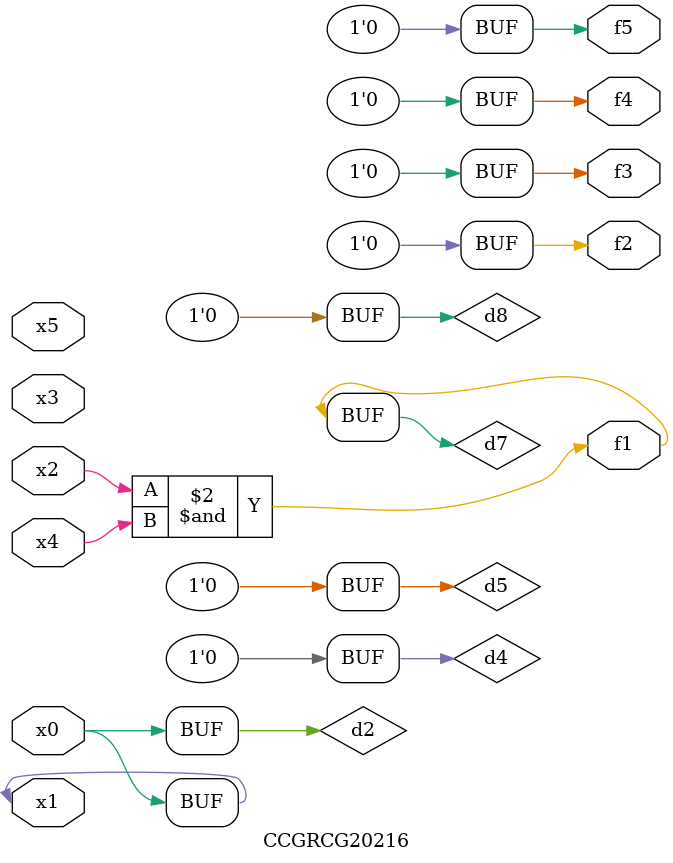
<source format=v>
module CCGRCG20216(
	input x0, x1, x2, x3, x4, x5,
	output f1, f2, f3, f4, f5
);

	wire d1, d2, d3, d4, d5, d6, d7, d8, d9;

	nand (d1, x1);
	buf (d2, x0, x1);
	nand (d3, x2, x4);
	and (d4, d1, d2);
	and (d5, d1, d2);
	nand (d6, d1, d3);
	not (d7, d3);
	xor (d8, d5);
	nor (d9, d5, d6);
	assign f1 = d7;
	assign f2 = d8;
	assign f3 = d8;
	assign f4 = d8;
	assign f5 = d8;
endmodule

</source>
